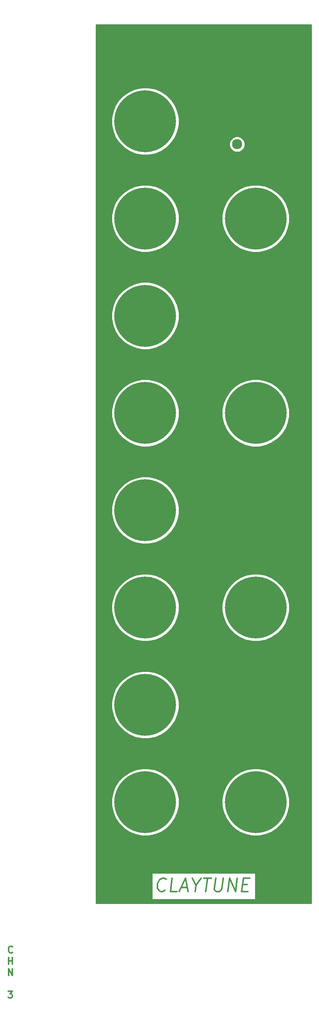
<source format=gbr>
G04 #@! TF.GenerationSoftware,KiCad,Pcbnew,(5.1.5)-3*
G04 #@! TF.CreationDate,2020-07-13T19:54:25+01:00*
G04 #@! TF.ProjectId,Panel,50616e65-6c2e-46b6-9963-61645f706362,rev?*
G04 #@! TF.SameCoordinates,Original*
G04 #@! TF.FileFunction,Copper,L1,Top*
G04 #@! TF.FilePolarity,Positive*
%FSLAX46Y46*%
G04 Gerber Fmt 4.6, Leading zero omitted, Abs format (unit mm)*
G04 Created by KiCad (PCBNEW (5.1.5)-3) date 2020-07-13 19:54:25*
%MOMM*%
%LPD*%
G04 APERTURE LIST*
%ADD10C,0.300000*%
%ADD11C,2.300000*%
%ADD12C,5.600000*%
%ADD13C,14.000000*%
%ADD14C,0.250000*%
%ADD15C,0.254000*%
G04 APERTURE END LIST*
D10*
X161257766Y-175434808D02*
X161097052Y-175577665D01*
X160650623Y-175720522D01*
X160364909Y-175720522D01*
X159954195Y-175577665D01*
X159704195Y-175291951D01*
X159597052Y-175006237D01*
X159525623Y-174434808D01*
X159579195Y-174006237D01*
X159793480Y-173434808D01*
X159972052Y-173149094D01*
X160293480Y-172863380D01*
X160739909Y-172720522D01*
X161025623Y-172720522D01*
X161436337Y-172863380D01*
X161561337Y-173006237D01*
X163936337Y-175720522D02*
X162507766Y-175720522D01*
X162882766Y-172720522D01*
X164900623Y-174863380D02*
X166329195Y-174863380D01*
X164507766Y-175720522D02*
X165882766Y-172720522D01*
X166507766Y-175720522D01*
X168257766Y-174291951D02*
X168079195Y-175720522D01*
X167454195Y-172720522D02*
X168257766Y-174291951D01*
X169454195Y-172720522D01*
X170025623Y-172720522D02*
X171739909Y-172720522D01*
X170507766Y-175720522D02*
X170882766Y-172720522D01*
X172739909Y-172720522D02*
X172436337Y-175149094D01*
X172543480Y-175434808D01*
X172668480Y-175577665D01*
X172936337Y-175720522D01*
X173507766Y-175720522D01*
X173811337Y-175577665D01*
X173972052Y-175434808D01*
X174150623Y-175149094D01*
X174454195Y-172720522D01*
X175507766Y-175720522D02*
X175882766Y-172720522D01*
X177222052Y-175720522D01*
X177597052Y-172720522D01*
X178847052Y-174149094D02*
X179847052Y-174149094D01*
X180079195Y-175720522D02*
X178650623Y-175720522D01*
X179025623Y-172720522D01*
X180454195Y-172720522D01*
X126753085Y-189476474D02*
X126681657Y-189547902D01*
X126467371Y-189619331D01*
X126324514Y-189619331D01*
X126110228Y-189547902D01*
X125967371Y-189405045D01*
X125895942Y-189262188D01*
X125824514Y-188976474D01*
X125824514Y-188762188D01*
X125895942Y-188476474D01*
X125967371Y-188333617D01*
X126110228Y-188190760D01*
X126324514Y-188119331D01*
X126467371Y-188119331D01*
X126681657Y-188190760D01*
X126753085Y-188262188D01*
X125860228Y-192169331D02*
X125860228Y-190669331D01*
X125860228Y-191383617D02*
X126717371Y-191383617D01*
X126717371Y-192169331D02*
X126717371Y-190669331D01*
X125860228Y-194719331D02*
X125860228Y-193219331D01*
X126717371Y-194719331D01*
X126717371Y-193219331D01*
X125788800Y-198319331D02*
X126717371Y-198319331D01*
X126217371Y-198890760D01*
X126431657Y-198890760D01*
X126574514Y-198962188D01*
X126645942Y-199033617D01*
X126717371Y-199176474D01*
X126717371Y-199533617D01*
X126645942Y-199676474D01*
X126574514Y-199747902D01*
X126431657Y-199819331D01*
X126003085Y-199819331D01*
X125860228Y-199747902D01*
X125788800Y-199676474D01*
D11*
X177596000Y-6715320D03*
D12*
X148494920Y17484560D03*
D13*
X181801500Y-155506800D03*
X156801500Y-133506800D03*
X156801500Y-23506800D03*
X156801500Y-1506800D03*
X181801500Y-111506800D03*
X156801500Y-45506800D03*
X156801500Y-111506800D03*
X156801500Y-67506800D03*
X156801500Y-89506800D03*
X181801500Y-23506800D03*
X181801500Y-67506800D03*
X156801500Y-155506800D03*
D12*
X191494920Y-175515440D03*
X191494920Y17484560D03*
X148494920Y-175515440D03*
D14*
X151138400Y-1966900D02*
X151096500Y-2008800D01*
D15*
G36*
X194334920Y-178355440D02*
G01*
X145654920Y-178355440D01*
X145654920Y-171493380D01*
X158296249Y-171493380D01*
X158296249Y-177563380D01*
X181723392Y-177563380D01*
X181723392Y-171493380D01*
X158296249Y-171493380D01*
X145654920Y-171493380D01*
X145654920Y-154754818D01*
X149166500Y-154754818D01*
X149166500Y-156258782D01*
X149459908Y-157733847D01*
X150035450Y-159123329D01*
X150871008Y-160373829D01*
X151934471Y-161437292D01*
X153184971Y-162272850D01*
X154574453Y-162848392D01*
X156049518Y-163141800D01*
X157553482Y-163141800D01*
X159028547Y-162848392D01*
X160418029Y-162272850D01*
X161668529Y-161437292D01*
X162731992Y-160373829D01*
X163567550Y-159123329D01*
X164143092Y-157733847D01*
X164436500Y-156258782D01*
X164436500Y-154754818D01*
X174166500Y-154754818D01*
X174166500Y-156258782D01*
X174459908Y-157733847D01*
X175035450Y-159123329D01*
X175871008Y-160373829D01*
X176934471Y-161437292D01*
X178184971Y-162272850D01*
X179574453Y-162848392D01*
X181049518Y-163141800D01*
X182553482Y-163141800D01*
X184028547Y-162848392D01*
X185418029Y-162272850D01*
X186668529Y-161437292D01*
X187731992Y-160373829D01*
X188567550Y-159123329D01*
X189143092Y-157733847D01*
X189436500Y-156258782D01*
X189436500Y-154754818D01*
X189143092Y-153279753D01*
X188567550Y-151890271D01*
X187731992Y-150639771D01*
X186668529Y-149576308D01*
X185418029Y-148740750D01*
X184028547Y-148165208D01*
X182553482Y-147871800D01*
X181049518Y-147871800D01*
X179574453Y-148165208D01*
X178184971Y-148740750D01*
X176934471Y-149576308D01*
X175871008Y-150639771D01*
X175035450Y-151890271D01*
X174459908Y-153279753D01*
X174166500Y-154754818D01*
X164436500Y-154754818D01*
X164143092Y-153279753D01*
X163567550Y-151890271D01*
X162731992Y-150639771D01*
X161668529Y-149576308D01*
X160418029Y-148740750D01*
X159028547Y-148165208D01*
X157553482Y-147871800D01*
X156049518Y-147871800D01*
X154574453Y-148165208D01*
X153184971Y-148740750D01*
X151934471Y-149576308D01*
X150871008Y-150639771D01*
X150035450Y-151890271D01*
X149459908Y-153279753D01*
X149166500Y-154754818D01*
X145654920Y-154754818D01*
X145654920Y-132754818D01*
X149166500Y-132754818D01*
X149166500Y-134258782D01*
X149459908Y-135733847D01*
X150035450Y-137123329D01*
X150871008Y-138373829D01*
X151934471Y-139437292D01*
X153184971Y-140272850D01*
X154574453Y-140848392D01*
X156049518Y-141141800D01*
X157553482Y-141141800D01*
X159028547Y-140848392D01*
X160418029Y-140272850D01*
X161668529Y-139437292D01*
X162731992Y-138373829D01*
X163567550Y-137123329D01*
X164143092Y-135733847D01*
X164436500Y-134258782D01*
X164436500Y-132754818D01*
X164143092Y-131279753D01*
X163567550Y-129890271D01*
X162731992Y-128639771D01*
X161668529Y-127576308D01*
X160418029Y-126740750D01*
X159028547Y-126165208D01*
X157553482Y-125871800D01*
X156049518Y-125871800D01*
X154574453Y-126165208D01*
X153184971Y-126740750D01*
X151934471Y-127576308D01*
X150871008Y-128639771D01*
X150035450Y-129890271D01*
X149459908Y-131279753D01*
X149166500Y-132754818D01*
X145654920Y-132754818D01*
X145654920Y-110754818D01*
X149166500Y-110754818D01*
X149166500Y-112258782D01*
X149459908Y-113733847D01*
X150035450Y-115123329D01*
X150871008Y-116373829D01*
X151934471Y-117437292D01*
X153184971Y-118272850D01*
X154574453Y-118848392D01*
X156049518Y-119141800D01*
X157553482Y-119141800D01*
X159028547Y-118848392D01*
X160418029Y-118272850D01*
X161668529Y-117437292D01*
X162731992Y-116373829D01*
X163567550Y-115123329D01*
X164143092Y-113733847D01*
X164436500Y-112258782D01*
X164436500Y-110754818D01*
X174166500Y-110754818D01*
X174166500Y-112258782D01*
X174459908Y-113733847D01*
X175035450Y-115123329D01*
X175871008Y-116373829D01*
X176934471Y-117437292D01*
X178184971Y-118272850D01*
X179574453Y-118848392D01*
X181049518Y-119141800D01*
X182553482Y-119141800D01*
X184028547Y-118848392D01*
X185418029Y-118272850D01*
X186668529Y-117437292D01*
X187731992Y-116373829D01*
X188567550Y-115123329D01*
X189143092Y-113733847D01*
X189436500Y-112258782D01*
X189436500Y-110754818D01*
X189143092Y-109279753D01*
X188567550Y-107890271D01*
X187731992Y-106639771D01*
X186668529Y-105576308D01*
X185418029Y-104740750D01*
X184028547Y-104165208D01*
X182553482Y-103871800D01*
X181049518Y-103871800D01*
X179574453Y-104165208D01*
X178184971Y-104740750D01*
X176934471Y-105576308D01*
X175871008Y-106639771D01*
X175035450Y-107890271D01*
X174459908Y-109279753D01*
X174166500Y-110754818D01*
X164436500Y-110754818D01*
X164143092Y-109279753D01*
X163567550Y-107890271D01*
X162731992Y-106639771D01*
X161668529Y-105576308D01*
X160418029Y-104740750D01*
X159028547Y-104165208D01*
X157553482Y-103871800D01*
X156049518Y-103871800D01*
X154574453Y-104165208D01*
X153184971Y-104740750D01*
X151934471Y-105576308D01*
X150871008Y-106639771D01*
X150035450Y-107890271D01*
X149459908Y-109279753D01*
X149166500Y-110754818D01*
X145654920Y-110754818D01*
X145654920Y-88754818D01*
X149166500Y-88754818D01*
X149166500Y-90258782D01*
X149459908Y-91733847D01*
X150035450Y-93123329D01*
X150871008Y-94373829D01*
X151934471Y-95437292D01*
X153184971Y-96272850D01*
X154574453Y-96848392D01*
X156049518Y-97141800D01*
X157553482Y-97141800D01*
X159028547Y-96848392D01*
X160418029Y-96272850D01*
X161668529Y-95437292D01*
X162731992Y-94373829D01*
X163567550Y-93123329D01*
X164143092Y-91733847D01*
X164436500Y-90258782D01*
X164436500Y-88754818D01*
X164143092Y-87279753D01*
X163567550Y-85890271D01*
X162731992Y-84639771D01*
X161668529Y-83576308D01*
X160418029Y-82740750D01*
X159028547Y-82165208D01*
X157553482Y-81871800D01*
X156049518Y-81871800D01*
X154574453Y-82165208D01*
X153184971Y-82740750D01*
X151934471Y-83576308D01*
X150871008Y-84639771D01*
X150035450Y-85890271D01*
X149459908Y-87279753D01*
X149166500Y-88754818D01*
X145654920Y-88754818D01*
X145654920Y-66754818D01*
X149166500Y-66754818D01*
X149166500Y-68258782D01*
X149459908Y-69733847D01*
X150035450Y-71123329D01*
X150871008Y-72373829D01*
X151934471Y-73437292D01*
X153184971Y-74272850D01*
X154574453Y-74848392D01*
X156049518Y-75141800D01*
X157553482Y-75141800D01*
X159028547Y-74848392D01*
X160418029Y-74272850D01*
X161668529Y-73437292D01*
X162731992Y-72373829D01*
X163567550Y-71123329D01*
X164143092Y-69733847D01*
X164436500Y-68258782D01*
X164436500Y-66754818D01*
X174166500Y-66754818D01*
X174166500Y-68258782D01*
X174459908Y-69733847D01*
X175035450Y-71123329D01*
X175871008Y-72373829D01*
X176934471Y-73437292D01*
X178184971Y-74272850D01*
X179574453Y-74848392D01*
X181049518Y-75141800D01*
X182553482Y-75141800D01*
X184028547Y-74848392D01*
X185418029Y-74272850D01*
X186668529Y-73437292D01*
X187731992Y-72373829D01*
X188567550Y-71123329D01*
X189143092Y-69733847D01*
X189436500Y-68258782D01*
X189436500Y-66754818D01*
X189143092Y-65279753D01*
X188567550Y-63890271D01*
X187731992Y-62639771D01*
X186668529Y-61576308D01*
X185418029Y-60740750D01*
X184028547Y-60165208D01*
X182553482Y-59871800D01*
X181049518Y-59871800D01*
X179574453Y-60165208D01*
X178184971Y-60740750D01*
X176934471Y-61576308D01*
X175871008Y-62639771D01*
X175035450Y-63890271D01*
X174459908Y-65279753D01*
X174166500Y-66754818D01*
X164436500Y-66754818D01*
X164143092Y-65279753D01*
X163567550Y-63890271D01*
X162731992Y-62639771D01*
X161668529Y-61576308D01*
X160418029Y-60740750D01*
X159028547Y-60165208D01*
X157553482Y-59871800D01*
X156049518Y-59871800D01*
X154574453Y-60165208D01*
X153184971Y-60740750D01*
X151934471Y-61576308D01*
X150871008Y-62639771D01*
X150035450Y-63890271D01*
X149459908Y-65279753D01*
X149166500Y-66754818D01*
X145654920Y-66754818D01*
X145654920Y-44754818D01*
X149166500Y-44754818D01*
X149166500Y-46258782D01*
X149459908Y-47733847D01*
X150035450Y-49123329D01*
X150871008Y-50373829D01*
X151934471Y-51437292D01*
X153184971Y-52272850D01*
X154574453Y-52848392D01*
X156049518Y-53141800D01*
X157553482Y-53141800D01*
X159028547Y-52848392D01*
X160418029Y-52272850D01*
X161668529Y-51437292D01*
X162731992Y-50373829D01*
X163567550Y-49123329D01*
X164143092Y-47733847D01*
X164436500Y-46258782D01*
X164436500Y-44754818D01*
X164143092Y-43279753D01*
X163567550Y-41890271D01*
X162731992Y-40639771D01*
X161668529Y-39576308D01*
X160418029Y-38740750D01*
X159028547Y-38165208D01*
X157553482Y-37871800D01*
X156049518Y-37871800D01*
X154574453Y-38165208D01*
X153184971Y-38740750D01*
X151934471Y-39576308D01*
X150871008Y-40639771D01*
X150035450Y-41890271D01*
X149459908Y-43279753D01*
X149166500Y-44754818D01*
X145654920Y-44754818D01*
X145654920Y-22754818D01*
X149166500Y-22754818D01*
X149166500Y-24258782D01*
X149459908Y-25733847D01*
X150035450Y-27123329D01*
X150871008Y-28373829D01*
X151934471Y-29437292D01*
X153184971Y-30272850D01*
X154574453Y-30848392D01*
X156049518Y-31141800D01*
X157553482Y-31141800D01*
X159028547Y-30848392D01*
X160418029Y-30272850D01*
X161668529Y-29437292D01*
X162731992Y-28373829D01*
X163567550Y-27123329D01*
X164143092Y-25733847D01*
X164436500Y-24258782D01*
X164436500Y-22754818D01*
X174166500Y-22754818D01*
X174166500Y-24258782D01*
X174459908Y-25733847D01*
X175035450Y-27123329D01*
X175871008Y-28373829D01*
X176934471Y-29437292D01*
X178184971Y-30272850D01*
X179574453Y-30848392D01*
X181049518Y-31141800D01*
X182553482Y-31141800D01*
X184028547Y-30848392D01*
X185418029Y-30272850D01*
X186668529Y-29437292D01*
X187731992Y-28373829D01*
X188567550Y-27123329D01*
X189143092Y-25733847D01*
X189436500Y-24258782D01*
X189436500Y-22754818D01*
X189143092Y-21279753D01*
X188567550Y-19890271D01*
X187731992Y-18639771D01*
X186668529Y-17576308D01*
X185418029Y-16740750D01*
X184028547Y-16165208D01*
X182553482Y-15871800D01*
X181049518Y-15871800D01*
X179574453Y-16165208D01*
X178184971Y-16740750D01*
X176934471Y-17576308D01*
X175871008Y-18639771D01*
X175035450Y-19890271D01*
X174459908Y-21279753D01*
X174166500Y-22754818D01*
X164436500Y-22754818D01*
X164143092Y-21279753D01*
X163567550Y-19890271D01*
X162731992Y-18639771D01*
X161668529Y-17576308D01*
X160418029Y-16740750D01*
X159028547Y-16165208D01*
X157553482Y-15871800D01*
X156049518Y-15871800D01*
X154574453Y-16165208D01*
X153184971Y-16740750D01*
X151934471Y-17576308D01*
X150871008Y-18639771D01*
X150035450Y-19890271D01*
X149459908Y-21279753D01*
X149166500Y-22754818D01*
X145654920Y-22754818D01*
X145654920Y-754818D01*
X149166500Y-754818D01*
X149166500Y-2258782D01*
X149459908Y-3733847D01*
X150035450Y-5123329D01*
X150871008Y-6373829D01*
X151934471Y-7437292D01*
X153184971Y-8272850D01*
X154574453Y-8848392D01*
X156049518Y-9141800D01*
X157553482Y-9141800D01*
X159028547Y-8848392D01*
X160418029Y-8272850D01*
X161668529Y-7437292D01*
X162566308Y-6539513D01*
X175811000Y-6539513D01*
X175811000Y-6891127D01*
X175879596Y-7235985D01*
X176014153Y-7560835D01*
X176209500Y-7853191D01*
X176458129Y-8101820D01*
X176750485Y-8297167D01*
X177075335Y-8431724D01*
X177420193Y-8500320D01*
X177771807Y-8500320D01*
X178116665Y-8431724D01*
X178441515Y-8297167D01*
X178733871Y-8101820D01*
X178982500Y-7853191D01*
X179177847Y-7560835D01*
X179312404Y-7235985D01*
X179381000Y-6891127D01*
X179381000Y-6539513D01*
X179312404Y-6194655D01*
X179177847Y-5869805D01*
X178982500Y-5577449D01*
X178733871Y-5328820D01*
X178441515Y-5133473D01*
X178116665Y-4998916D01*
X177771807Y-4930320D01*
X177420193Y-4930320D01*
X177075335Y-4998916D01*
X176750485Y-5133473D01*
X176458129Y-5328820D01*
X176209500Y-5577449D01*
X176014153Y-5869805D01*
X175879596Y-6194655D01*
X175811000Y-6539513D01*
X162566308Y-6539513D01*
X162731992Y-6373829D01*
X163567550Y-5123329D01*
X164143092Y-3733847D01*
X164436500Y-2258782D01*
X164436500Y-754818D01*
X164143092Y720247D01*
X163567550Y2109729D01*
X162731992Y3360229D01*
X161668529Y4423692D01*
X160418029Y5259250D01*
X159028547Y5834792D01*
X157553482Y6128200D01*
X156049518Y6128200D01*
X154574453Y5834792D01*
X153184971Y5259250D01*
X151934471Y4423692D01*
X150871008Y3360229D01*
X150035450Y2109729D01*
X149459908Y720247D01*
X149166500Y-754818D01*
X145654920Y-754818D01*
X145654920Y20324560D01*
X194334921Y20324560D01*
X194334920Y-178355440D01*
G37*
X194334920Y-178355440D02*
X145654920Y-178355440D01*
X145654920Y-171493380D01*
X158296249Y-171493380D01*
X158296249Y-177563380D01*
X181723392Y-177563380D01*
X181723392Y-171493380D01*
X158296249Y-171493380D01*
X145654920Y-171493380D01*
X145654920Y-154754818D01*
X149166500Y-154754818D01*
X149166500Y-156258782D01*
X149459908Y-157733847D01*
X150035450Y-159123329D01*
X150871008Y-160373829D01*
X151934471Y-161437292D01*
X153184971Y-162272850D01*
X154574453Y-162848392D01*
X156049518Y-163141800D01*
X157553482Y-163141800D01*
X159028547Y-162848392D01*
X160418029Y-162272850D01*
X161668529Y-161437292D01*
X162731992Y-160373829D01*
X163567550Y-159123329D01*
X164143092Y-157733847D01*
X164436500Y-156258782D01*
X164436500Y-154754818D01*
X174166500Y-154754818D01*
X174166500Y-156258782D01*
X174459908Y-157733847D01*
X175035450Y-159123329D01*
X175871008Y-160373829D01*
X176934471Y-161437292D01*
X178184971Y-162272850D01*
X179574453Y-162848392D01*
X181049518Y-163141800D01*
X182553482Y-163141800D01*
X184028547Y-162848392D01*
X185418029Y-162272850D01*
X186668529Y-161437292D01*
X187731992Y-160373829D01*
X188567550Y-159123329D01*
X189143092Y-157733847D01*
X189436500Y-156258782D01*
X189436500Y-154754818D01*
X189143092Y-153279753D01*
X188567550Y-151890271D01*
X187731992Y-150639771D01*
X186668529Y-149576308D01*
X185418029Y-148740750D01*
X184028547Y-148165208D01*
X182553482Y-147871800D01*
X181049518Y-147871800D01*
X179574453Y-148165208D01*
X178184971Y-148740750D01*
X176934471Y-149576308D01*
X175871008Y-150639771D01*
X175035450Y-151890271D01*
X174459908Y-153279753D01*
X174166500Y-154754818D01*
X164436500Y-154754818D01*
X164143092Y-153279753D01*
X163567550Y-151890271D01*
X162731992Y-150639771D01*
X161668529Y-149576308D01*
X160418029Y-148740750D01*
X159028547Y-148165208D01*
X157553482Y-147871800D01*
X156049518Y-147871800D01*
X154574453Y-148165208D01*
X153184971Y-148740750D01*
X151934471Y-149576308D01*
X150871008Y-150639771D01*
X150035450Y-151890271D01*
X149459908Y-153279753D01*
X149166500Y-154754818D01*
X145654920Y-154754818D01*
X145654920Y-132754818D01*
X149166500Y-132754818D01*
X149166500Y-134258782D01*
X149459908Y-135733847D01*
X150035450Y-137123329D01*
X150871008Y-138373829D01*
X151934471Y-139437292D01*
X153184971Y-140272850D01*
X154574453Y-140848392D01*
X156049518Y-141141800D01*
X157553482Y-141141800D01*
X159028547Y-140848392D01*
X160418029Y-140272850D01*
X161668529Y-139437292D01*
X162731992Y-138373829D01*
X163567550Y-137123329D01*
X164143092Y-135733847D01*
X164436500Y-134258782D01*
X164436500Y-132754818D01*
X164143092Y-131279753D01*
X163567550Y-129890271D01*
X162731992Y-128639771D01*
X161668529Y-127576308D01*
X160418029Y-126740750D01*
X159028547Y-126165208D01*
X157553482Y-125871800D01*
X156049518Y-125871800D01*
X154574453Y-126165208D01*
X153184971Y-126740750D01*
X151934471Y-127576308D01*
X150871008Y-128639771D01*
X150035450Y-129890271D01*
X149459908Y-131279753D01*
X149166500Y-132754818D01*
X145654920Y-132754818D01*
X145654920Y-110754818D01*
X149166500Y-110754818D01*
X149166500Y-112258782D01*
X149459908Y-113733847D01*
X150035450Y-115123329D01*
X150871008Y-116373829D01*
X151934471Y-117437292D01*
X153184971Y-118272850D01*
X154574453Y-118848392D01*
X156049518Y-119141800D01*
X157553482Y-119141800D01*
X159028547Y-118848392D01*
X160418029Y-118272850D01*
X161668529Y-117437292D01*
X162731992Y-116373829D01*
X163567550Y-115123329D01*
X164143092Y-113733847D01*
X164436500Y-112258782D01*
X164436500Y-110754818D01*
X174166500Y-110754818D01*
X174166500Y-112258782D01*
X174459908Y-113733847D01*
X175035450Y-115123329D01*
X175871008Y-116373829D01*
X176934471Y-117437292D01*
X178184971Y-118272850D01*
X179574453Y-118848392D01*
X181049518Y-119141800D01*
X182553482Y-119141800D01*
X184028547Y-118848392D01*
X185418029Y-118272850D01*
X186668529Y-117437292D01*
X187731992Y-116373829D01*
X188567550Y-115123329D01*
X189143092Y-113733847D01*
X189436500Y-112258782D01*
X189436500Y-110754818D01*
X189143092Y-109279753D01*
X188567550Y-107890271D01*
X187731992Y-106639771D01*
X186668529Y-105576308D01*
X185418029Y-104740750D01*
X184028547Y-104165208D01*
X182553482Y-103871800D01*
X181049518Y-103871800D01*
X179574453Y-104165208D01*
X178184971Y-104740750D01*
X176934471Y-105576308D01*
X175871008Y-106639771D01*
X175035450Y-107890271D01*
X174459908Y-109279753D01*
X174166500Y-110754818D01*
X164436500Y-110754818D01*
X164143092Y-109279753D01*
X163567550Y-107890271D01*
X162731992Y-106639771D01*
X161668529Y-105576308D01*
X160418029Y-104740750D01*
X159028547Y-104165208D01*
X157553482Y-103871800D01*
X156049518Y-103871800D01*
X154574453Y-104165208D01*
X153184971Y-104740750D01*
X151934471Y-105576308D01*
X150871008Y-106639771D01*
X150035450Y-107890271D01*
X149459908Y-109279753D01*
X149166500Y-110754818D01*
X145654920Y-110754818D01*
X145654920Y-88754818D01*
X149166500Y-88754818D01*
X149166500Y-90258782D01*
X149459908Y-91733847D01*
X150035450Y-93123329D01*
X150871008Y-94373829D01*
X151934471Y-95437292D01*
X153184971Y-96272850D01*
X154574453Y-96848392D01*
X156049518Y-97141800D01*
X157553482Y-97141800D01*
X159028547Y-96848392D01*
X160418029Y-96272850D01*
X161668529Y-95437292D01*
X162731992Y-94373829D01*
X163567550Y-93123329D01*
X164143092Y-91733847D01*
X164436500Y-90258782D01*
X164436500Y-88754818D01*
X164143092Y-87279753D01*
X163567550Y-85890271D01*
X162731992Y-84639771D01*
X161668529Y-83576308D01*
X160418029Y-82740750D01*
X159028547Y-82165208D01*
X157553482Y-81871800D01*
X156049518Y-81871800D01*
X154574453Y-82165208D01*
X153184971Y-82740750D01*
X151934471Y-83576308D01*
X150871008Y-84639771D01*
X150035450Y-85890271D01*
X149459908Y-87279753D01*
X149166500Y-88754818D01*
X145654920Y-88754818D01*
X145654920Y-66754818D01*
X149166500Y-66754818D01*
X149166500Y-68258782D01*
X149459908Y-69733847D01*
X150035450Y-71123329D01*
X150871008Y-72373829D01*
X151934471Y-73437292D01*
X153184971Y-74272850D01*
X154574453Y-74848392D01*
X156049518Y-75141800D01*
X157553482Y-75141800D01*
X159028547Y-74848392D01*
X160418029Y-74272850D01*
X161668529Y-73437292D01*
X162731992Y-72373829D01*
X163567550Y-71123329D01*
X164143092Y-69733847D01*
X164436500Y-68258782D01*
X164436500Y-66754818D01*
X174166500Y-66754818D01*
X174166500Y-68258782D01*
X174459908Y-69733847D01*
X175035450Y-71123329D01*
X175871008Y-72373829D01*
X176934471Y-73437292D01*
X178184971Y-74272850D01*
X179574453Y-74848392D01*
X181049518Y-75141800D01*
X182553482Y-75141800D01*
X184028547Y-74848392D01*
X185418029Y-74272850D01*
X186668529Y-73437292D01*
X187731992Y-72373829D01*
X188567550Y-71123329D01*
X189143092Y-69733847D01*
X189436500Y-68258782D01*
X189436500Y-66754818D01*
X189143092Y-65279753D01*
X188567550Y-63890271D01*
X187731992Y-62639771D01*
X186668529Y-61576308D01*
X185418029Y-60740750D01*
X184028547Y-60165208D01*
X182553482Y-59871800D01*
X181049518Y-59871800D01*
X179574453Y-60165208D01*
X178184971Y-60740750D01*
X176934471Y-61576308D01*
X175871008Y-62639771D01*
X175035450Y-63890271D01*
X174459908Y-65279753D01*
X174166500Y-66754818D01*
X164436500Y-66754818D01*
X164143092Y-65279753D01*
X163567550Y-63890271D01*
X162731992Y-62639771D01*
X161668529Y-61576308D01*
X160418029Y-60740750D01*
X159028547Y-60165208D01*
X157553482Y-59871800D01*
X156049518Y-59871800D01*
X154574453Y-60165208D01*
X153184971Y-60740750D01*
X151934471Y-61576308D01*
X150871008Y-62639771D01*
X150035450Y-63890271D01*
X149459908Y-65279753D01*
X149166500Y-66754818D01*
X145654920Y-66754818D01*
X145654920Y-44754818D01*
X149166500Y-44754818D01*
X149166500Y-46258782D01*
X149459908Y-47733847D01*
X150035450Y-49123329D01*
X150871008Y-50373829D01*
X151934471Y-51437292D01*
X153184971Y-52272850D01*
X154574453Y-52848392D01*
X156049518Y-53141800D01*
X157553482Y-53141800D01*
X159028547Y-52848392D01*
X160418029Y-52272850D01*
X161668529Y-51437292D01*
X162731992Y-50373829D01*
X163567550Y-49123329D01*
X164143092Y-47733847D01*
X164436500Y-46258782D01*
X164436500Y-44754818D01*
X164143092Y-43279753D01*
X163567550Y-41890271D01*
X162731992Y-40639771D01*
X161668529Y-39576308D01*
X160418029Y-38740750D01*
X159028547Y-38165208D01*
X157553482Y-37871800D01*
X156049518Y-37871800D01*
X154574453Y-38165208D01*
X153184971Y-38740750D01*
X151934471Y-39576308D01*
X150871008Y-40639771D01*
X150035450Y-41890271D01*
X149459908Y-43279753D01*
X149166500Y-44754818D01*
X145654920Y-44754818D01*
X145654920Y-22754818D01*
X149166500Y-22754818D01*
X149166500Y-24258782D01*
X149459908Y-25733847D01*
X150035450Y-27123329D01*
X150871008Y-28373829D01*
X151934471Y-29437292D01*
X153184971Y-30272850D01*
X154574453Y-30848392D01*
X156049518Y-31141800D01*
X157553482Y-31141800D01*
X159028547Y-30848392D01*
X160418029Y-30272850D01*
X161668529Y-29437292D01*
X162731992Y-28373829D01*
X163567550Y-27123329D01*
X164143092Y-25733847D01*
X164436500Y-24258782D01*
X164436500Y-22754818D01*
X174166500Y-22754818D01*
X174166500Y-24258782D01*
X174459908Y-25733847D01*
X175035450Y-27123329D01*
X175871008Y-28373829D01*
X176934471Y-29437292D01*
X178184971Y-30272850D01*
X179574453Y-30848392D01*
X181049518Y-31141800D01*
X182553482Y-31141800D01*
X184028547Y-30848392D01*
X185418029Y-30272850D01*
X186668529Y-29437292D01*
X187731992Y-28373829D01*
X188567550Y-27123329D01*
X189143092Y-25733847D01*
X189436500Y-24258782D01*
X189436500Y-22754818D01*
X189143092Y-21279753D01*
X188567550Y-19890271D01*
X187731992Y-18639771D01*
X186668529Y-17576308D01*
X185418029Y-16740750D01*
X184028547Y-16165208D01*
X182553482Y-15871800D01*
X181049518Y-15871800D01*
X179574453Y-16165208D01*
X178184971Y-16740750D01*
X176934471Y-17576308D01*
X175871008Y-18639771D01*
X175035450Y-19890271D01*
X174459908Y-21279753D01*
X174166500Y-22754818D01*
X164436500Y-22754818D01*
X164143092Y-21279753D01*
X163567550Y-19890271D01*
X162731992Y-18639771D01*
X161668529Y-17576308D01*
X160418029Y-16740750D01*
X159028547Y-16165208D01*
X157553482Y-15871800D01*
X156049518Y-15871800D01*
X154574453Y-16165208D01*
X153184971Y-16740750D01*
X151934471Y-17576308D01*
X150871008Y-18639771D01*
X150035450Y-19890271D01*
X149459908Y-21279753D01*
X149166500Y-22754818D01*
X145654920Y-22754818D01*
X145654920Y-754818D01*
X149166500Y-754818D01*
X149166500Y-2258782D01*
X149459908Y-3733847D01*
X150035450Y-5123329D01*
X150871008Y-6373829D01*
X151934471Y-7437292D01*
X153184971Y-8272850D01*
X154574453Y-8848392D01*
X156049518Y-9141800D01*
X157553482Y-9141800D01*
X159028547Y-8848392D01*
X160418029Y-8272850D01*
X161668529Y-7437292D01*
X162566308Y-6539513D01*
X175811000Y-6539513D01*
X175811000Y-6891127D01*
X175879596Y-7235985D01*
X176014153Y-7560835D01*
X176209500Y-7853191D01*
X176458129Y-8101820D01*
X176750485Y-8297167D01*
X177075335Y-8431724D01*
X177420193Y-8500320D01*
X177771807Y-8500320D01*
X178116665Y-8431724D01*
X178441515Y-8297167D01*
X178733871Y-8101820D01*
X178982500Y-7853191D01*
X179177847Y-7560835D01*
X179312404Y-7235985D01*
X179381000Y-6891127D01*
X179381000Y-6539513D01*
X179312404Y-6194655D01*
X179177847Y-5869805D01*
X178982500Y-5577449D01*
X178733871Y-5328820D01*
X178441515Y-5133473D01*
X178116665Y-4998916D01*
X177771807Y-4930320D01*
X177420193Y-4930320D01*
X177075335Y-4998916D01*
X176750485Y-5133473D01*
X176458129Y-5328820D01*
X176209500Y-5577449D01*
X176014153Y-5869805D01*
X175879596Y-6194655D01*
X175811000Y-6539513D01*
X162566308Y-6539513D01*
X162731992Y-6373829D01*
X163567550Y-5123329D01*
X164143092Y-3733847D01*
X164436500Y-2258782D01*
X164436500Y-754818D01*
X164143092Y720247D01*
X163567550Y2109729D01*
X162731992Y3360229D01*
X161668529Y4423692D01*
X160418029Y5259250D01*
X159028547Y5834792D01*
X157553482Y6128200D01*
X156049518Y6128200D01*
X154574453Y5834792D01*
X153184971Y5259250D01*
X151934471Y4423692D01*
X150871008Y3360229D01*
X150035450Y2109729D01*
X149459908Y720247D01*
X149166500Y-754818D01*
X145654920Y-754818D01*
X145654920Y20324560D01*
X194334921Y20324560D01*
X194334920Y-178355440D01*
M02*

</source>
